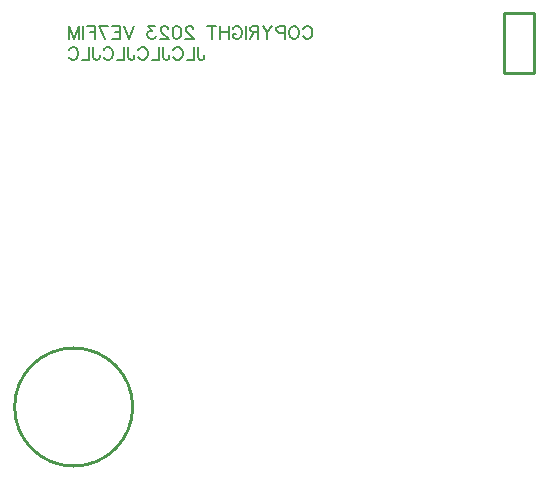
<source format=gbo>
G04 Layer: BottomSilkscreenLayer*
G04 Panelize: , Column: 2, Row: 2, Board Size: 58.42mm x 58.42mm, Panelized Board Size: 118.84mm x 118.84mm*
G04 EasyEDA v6.5.34, 2023-08-21 18:11:39*
G04 65339524c9c04168860851439bfcdcf3,5a6b42c53f6a479593ecc07194224c93,10*
G04 Gerber Generator version 0.2*
G04 Scale: 100 percent, Rotated: No, Reflected: No *
G04 Dimensions in millimeters *
G04 leading zeros omitted , absolute positions ,4 integer and 5 decimal *
%FSLAX45Y45*%
%MOMM*%

%ADD10C,0.1524*%
%ADD11C,0.1520*%
%ADD12C,0.2540*%

%LPD*%
D10*
X2741467Y5575762D02*
G01*
X2746664Y5586153D01*
X2757055Y5596544D01*
X2767444Y5601738D01*
X2788226Y5601738D01*
X2798617Y5596544D01*
X2809008Y5586153D01*
X2814205Y5575762D01*
X2819400Y5560174D01*
X2819400Y5534197D01*
X2814205Y5518612D01*
X2809008Y5508221D01*
X2798617Y5497829D01*
X2788226Y5492635D01*
X2767444Y5492635D01*
X2757055Y5497829D01*
X2746664Y5508221D01*
X2741467Y5518612D01*
X2676004Y5601738D02*
G01*
X2686395Y5596544D01*
X2696786Y5586153D01*
X2701983Y5575762D01*
X2707177Y5560174D01*
X2707177Y5534197D01*
X2701983Y5518612D01*
X2696786Y5508221D01*
X2686395Y5497829D01*
X2676004Y5492635D01*
X2655224Y5492635D01*
X2644833Y5497829D01*
X2634442Y5508221D01*
X2629245Y5518612D01*
X2624051Y5534197D01*
X2624051Y5560174D01*
X2629245Y5575762D01*
X2634442Y5586153D01*
X2644833Y5596544D01*
X2655224Y5601738D01*
X2676004Y5601738D01*
X2589761Y5601738D02*
G01*
X2589761Y5492635D01*
X2589761Y5601738D02*
G01*
X2543002Y5601738D01*
X2527414Y5596544D01*
X2522220Y5591347D01*
X2517025Y5580956D01*
X2517025Y5565371D01*
X2522220Y5554979D01*
X2527414Y5549785D01*
X2543002Y5544588D01*
X2589761Y5544588D01*
X2482735Y5601738D02*
G01*
X2441171Y5549785D01*
X2441171Y5492635D01*
X2399606Y5601738D02*
G01*
X2441171Y5549785D01*
X2365316Y5601738D02*
G01*
X2365316Y5492635D01*
X2365316Y5601738D02*
G01*
X2318557Y5601738D01*
X2302972Y5596544D01*
X2297775Y5591347D01*
X2292581Y5580956D01*
X2292581Y5570565D01*
X2297775Y5560174D01*
X2302972Y5554979D01*
X2318557Y5549785D01*
X2365316Y5549785D01*
X2328948Y5549785D02*
G01*
X2292581Y5492635D01*
X2258291Y5601738D02*
G01*
X2258291Y5492635D01*
X2146068Y5575762D02*
G01*
X2151265Y5586153D01*
X2161654Y5596544D01*
X2172045Y5601738D01*
X2192827Y5601738D01*
X2203218Y5596544D01*
X2213609Y5586153D01*
X2218804Y5575762D01*
X2224001Y5560174D01*
X2224001Y5534197D01*
X2218804Y5518612D01*
X2213609Y5508221D01*
X2203218Y5497829D01*
X2192827Y5492635D01*
X2172045Y5492635D01*
X2161654Y5497829D01*
X2151265Y5508221D01*
X2146068Y5518612D01*
X2146068Y5534197D01*
X2172045Y5534197D02*
G01*
X2146068Y5534197D01*
X2111778Y5601738D02*
G01*
X2111778Y5492635D01*
X2039043Y5601738D02*
G01*
X2039043Y5492635D01*
X2111778Y5549785D02*
G01*
X2039043Y5549785D01*
X1968385Y5601738D02*
G01*
X1968385Y5492635D01*
X2004753Y5601738D02*
G01*
X1932015Y5601738D01*
X1812521Y5575762D02*
G01*
X1812521Y5580956D01*
X1807324Y5591347D01*
X1802129Y5596544D01*
X1791738Y5601738D01*
X1770956Y5601738D01*
X1760565Y5596544D01*
X1755371Y5591347D01*
X1750174Y5580956D01*
X1750174Y5570565D01*
X1755371Y5560174D01*
X1765762Y5544588D01*
X1817715Y5492635D01*
X1744979Y5492635D01*
X1679516Y5601738D02*
G01*
X1695104Y5596544D01*
X1705495Y5580956D01*
X1710689Y5554979D01*
X1710689Y5539394D01*
X1705495Y5513415D01*
X1695104Y5497829D01*
X1679516Y5492635D01*
X1669125Y5492635D01*
X1653539Y5497829D01*
X1643148Y5513415D01*
X1637954Y5539394D01*
X1637954Y5554979D01*
X1643148Y5580956D01*
X1653539Y5596544D01*
X1669125Y5601738D01*
X1679516Y5601738D01*
X1598467Y5575762D02*
G01*
X1598467Y5580956D01*
X1593273Y5591347D01*
X1588076Y5596544D01*
X1577685Y5601738D01*
X1556905Y5601738D01*
X1546514Y5596544D01*
X1541317Y5591347D01*
X1536123Y5580956D01*
X1536123Y5570565D01*
X1541317Y5560174D01*
X1551708Y5544588D01*
X1603664Y5492635D01*
X1530926Y5492635D01*
X1486245Y5601738D02*
G01*
X1429095Y5601738D01*
X1460268Y5560174D01*
X1444683Y5560174D01*
X1434292Y5554979D01*
X1429095Y5549785D01*
X1423901Y5534197D01*
X1423901Y5523806D01*
X1429095Y5508221D01*
X1439486Y5497829D01*
X1455074Y5492635D01*
X1470660Y5492635D01*
X1486245Y5497829D01*
X1491442Y5503024D01*
X1496636Y5513415D01*
X1309601Y5601738D02*
G01*
X1268036Y5492635D01*
X1226474Y5601738D02*
G01*
X1268036Y5492635D01*
X1192184Y5601738D02*
G01*
X1192184Y5492635D01*
X1192184Y5601738D02*
G01*
X1124643Y5601738D01*
X1192184Y5549785D02*
G01*
X1150620Y5549785D01*
X1192184Y5492635D02*
G01*
X1124643Y5492635D01*
X1017615Y5601738D02*
G01*
X1069571Y5492635D01*
X1090353Y5601738D02*
G01*
X1017615Y5601738D01*
X983325Y5601738D02*
G01*
X983325Y5492635D01*
X983325Y5601738D02*
G01*
X915784Y5601738D01*
X983325Y5549785D02*
G01*
X941763Y5549785D01*
X881494Y5601738D02*
G01*
X881494Y5492635D01*
X847204Y5601738D02*
G01*
X847204Y5492635D01*
X847204Y5601738D02*
G01*
X805642Y5492635D01*
X764077Y5601738D02*
G01*
X805642Y5492635D01*
X764077Y5601738D02*
G01*
X764077Y5492635D01*
D11*
X1853044Y5423938D02*
G01*
X1853044Y5340812D01*
X1858241Y5325224D01*
X1863435Y5320029D01*
X1873826Y5314835D01*
X1884217Y5314835D01*
X1894608Y5320029D01*
X1899805Y5325224D01*
X1905000Y5340812D01*
X1905000Y5351203D01*
X1818754Y5423938D02*
G01*
X1818754Y5314835D01*
X1818754Y5314835D02*
G01*
X1756410Y5314835D01*
X1644187Y5397962D02*
G01*
X1649384Y5408353D01*
X1659775Y5418744D01*
X1670164Y5423938D01*
X1690946Y5423938D01*
X1701337Y5418744D01*
X1711728Y5408353D01*
X1716925Y5397962D01*
X1722120Y5382374D01*
X1722120Y5356397D01*
X1716925Y5340812D01*
X1711728Y5330421D01*
X1701337Y5320029D01*
X1690946Y5314835D01*
X1670164Y5314835D01*
X1659775Y5320029D01*
X1649384Y5330421D01*
X1644187Y5340812D01*
X1557944Y5423938D02*
G01*
X1557944Y5340812D01*
X1563138Y5325224D01*
X1568335Y5320029D01*
X1578724Y5314835D01*
X1589115Y5314835D01*
X1599506Y5320029D01*
X1604703Y5325224D01*
X1609897Y5340812D01*
X1609897Y5351203D01*
X1523654Y5423938D02*
G01*
X1523654Y5314835D01*
X1523654Y5314835D02*
G01*
X1461307Y5314835D01*
X1349085Y5397962D02*
G01*
X1354282Y5408353D01*
X1364673Y5418744D01*
X1375064Y5423938D01*
X1395844Y5423938D01*
X1406235Y5418744D01*
X1416626Y5408353D01*
X1421823Y5397962D01*
X1427017Y5382374D01*
X1427017Y5356397D01*
X1421823Y5340812D01*
X1416626Y5330421D01*
X1406235Y5320029D01*
X1395844Y5314835D01*
X1375064Y5314835D01*
X1364673Y5320029D01*
X1354282Y5330421D01*
X1349085Y5340812D01*
X1262842Y5423938D02*
G01*
X1262842Y5340812D01*
X1268036Y5325224D01*
X1273233Y5320029D01*
X1283624Y5314835D01*
X1294015Y5314835D01*
X1304404Y5320029D01*
X1309601Y5325224D01*
X1314795Y5340812D01*
X1314795Y5351203D01*
X1228552Y5423938D02*
G01*
X1228552Y5314835D01*
X1228552Y5314835D02*
G01*
X1166205Y5314835D01*
X1053985Y5397962D02*
G01*
X1059179Y5408353D01*
X1069571Y5418744D01*
X1079962Y5423938D01*
X1100744Y5423938D01*
X1111135Y5418744D01*
X1121524Y5408353D01*
X1126721Y5397962D01*
X1131915Y5382374D01*
X1131915Y5356397D01*
X1126721Y5340812D01*
X1121524Y5330421D01*
X1111135Y5320029D01*
X1100744Y5314835D01*
X1079962Y5314835D01*
X1069571Y5320029D01*
X1059179Y5330421D01*
X1053985Y5340812D01*
X967739Y5423938D02*
G01*
X967739Y5340812D01*
X972934Y5325224D01*
X978131Y5320029D01*
X988522Y5314835D01*
X998913Y5314835D01*
X1009304Y5320029D01*
X1014498Y5325224D01*
X1019695Y5340812D01*
X1019695Y5351203D01*
X933450Y5423938D02*
G01*
X933450Y5314835D01*
X933450Y5314835D02*
G01*
X871105Y5314835D01*
X758883Y5397962D02*
G01*
X764077Y5408353D01*
X774468Y5418744D01*
X784860Y5423938D01*
X805642Y5423938D01*
X816033Y5418744D01*
X826424Y5408353D01*
X831618Y5397962D01*
X836815Y5382374D01*
X836815Y5356397D01*
X831618Y5340812D01*
X826424Y5330421D01*
X816033Y5320029D01*
X805642Y5314835D01*
X784860Y5314835D01*
X774468Y5320029D01*
X764077Y5330421D01*
X758883Y5340812D01*
D12*
G75*
G01
X1300099Y2374900D02*
G03X1300099Y2374900I-499999J0D01*
X4445000Y5715000D02*
G01*
X4699000Y5715000D01*
X4699000Y5207000D01*
X4445000Y5207000D01*
X4445000Y5715000D01*
M02*

</source>
